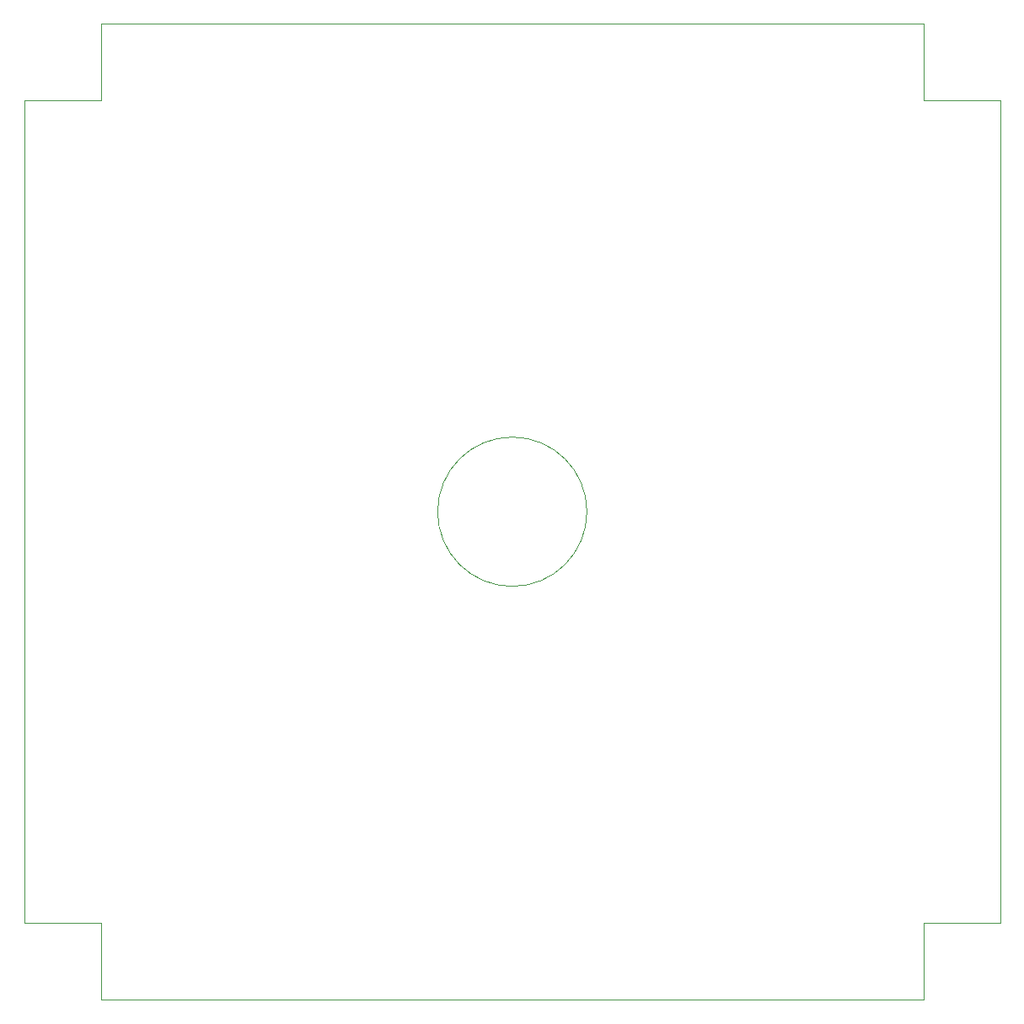
<source format=gbr>
%TF.GenerationSoftware,KiCad,Pcbnew,8.0.5*%
%TF.CreationDate,2025-02-27T20:38:44-05:00*%
%TF.ProjectId,Z-,5a2d2e6b-6963-4616-945f-706362585858,rev?*%
%TF.SameCoordinates,Original*%
%TF.FileFunction,Profile,NP*%
%FSLAX46Y46*%
G04 Gerber Fmt 4.6, Leading zero omitted, Abs format (unit mm)*
G04 Created by KiCad (PCBNEW 8.0.5) date 2025-02-27 20:38:44*
%MOMM*%
%LPD*%
G01*
G04 APERTURE LIST*
%TA.AperFunction,Profile*%
%ADD10C,0.025400*%
%TD*%
G04 APERTURE END LIST*
D10*
X201320000Y-136960000D02*
X193620000Y-136960000D01*
X103320000Y-54360000D02*
X111020000Y-54360000D01*
X103320000Y-136960000D02*
X103320000Y-54360000D01*
X159820000Y-95660000D02*
G75*
G02*
X144820000Y-95660000I-7500000J0D01*
G01*
X144820000Y-95660000D02*
G75*
G02*
X159820000Y-95660000I7500000J0D01*
G01*
X111020000Y-136960000D02*
X111020000Y-144660000D01*
X193620000Y-136960000D02*
X193620000Y-144660000D01*
X193620000Y-144660000D02*
X111020000Y-144660000D01*
X193620000Y-54360000D02*
X193620000Y-46660000D01*
X111020000Y-54360000D02*
X111020000Y-46660000D01*
X201320000Y-54360000D02*
X193620000Y-54360000D01*
X103320000Y-136960000D02*
X111020000Y-136960000D01*
X201320000Y-54360000D02*
X201320000Y-136960000D01*
X111020000Y-46660000D02*
X193620000Y-46660000D01*
M02*

</source>
